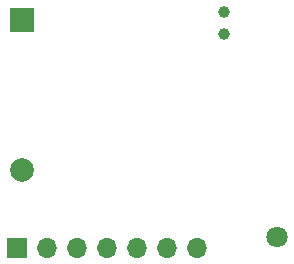
<source format=gbs>
G04 #@! TF.GenerationSoftware,KiCad,Pcbnew,8.0.2-8.0.2-0~ubuntu22.04.1*
G04 #@! TF.CreationDate,2024-05-31T22:19:47-06:00*
G04 #@! TF.ProjectId,sensor_sigfox_1.1,73656e73-6f72-45f7-9369-67666f785f31,rev?*
G04 #@! TF.SameCoordinates,Original*
G04 #@! TF.FileFunction,Soldermask,Bot*
G04 #@! TF.FilePolarity,Negative*
%FSLAX46Y46*%
G04 Gerber Fmt 4.6, Leading zero omitted, Abs format (unit mm)*
G04 Created by KiCad (PCBNEW 8.0.2-8.0.2-0~ubuntu22.04.1) date 2024-05-31 22:19:47*
%MOMM*%
%LPD*%
G01*
G04 APERTURE LIST*
%ADD10C,1.000000*%
%ADD11C,1.800000*%
%ADD12R,2.000000X2.000000*%
%ADD13C,2.000000*%
%ADD14R,1.700000X1.700000*%
%ADD15O,1.700000X1.700000*%
G04 APERTURE END LIST*
D10*
X133004000Y-76196000D03*
X133004000Y-74296000D03*
D11*
X137456000Y-93400000D03*
D12*
X115883000Y-75001000D03*
D13*
X115883000Y-87701000D03*
D14*
X115488000Y-94262000D03*
D15*
X118028000Y-94262000D03*
X120568000Y-94262000D03*
X123108000Y-94262000D03*
X125648000Y-94262000D03*
X128188000Y-94262000D03*
X130728000Y-94262000D03*
M02*

</source>
